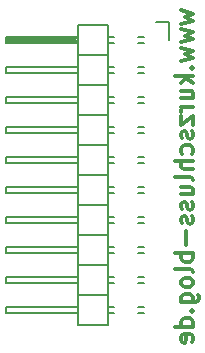
<source format=gbr>
G04 #@! TF.FileFunction,Legend,Bot*
%FSLAX46Y46*%
G04 Gerber Fmt 4.6, Leading zero omitted, Abs format (unit mm)*
G04 Created by KiCad (PCBNEW 4.0.2-stable) date 29.09.2016 11:58:04*
%MOMM*%
G01*
G04 APERTURE LIST*
%ADD10C,0.100000*%
%ADD11C,0.300000*%
%ADD12C,0.150000*%
G04 APERTURE END LIST*
D10*
D11*
X146928571Y-101642856D02*
X147928571Y-101928570D01*
X147214286Y-102214284D01*
X147928571Y-102499999D01*
X146928571Y-102785713D01*
X146928571Y-103214285D02*
X147928571Y-103499999D01*
X147214286Y-103785713D01*
X147928571Y-104071428D01*
X146928571Y-104357142D01*
X146928571Y-104785714D02*
X147928571Y-105071428D01*
X147214286Y-105357142D01*
X147928571Y-105642857D01*
X146928571Y-105928571D01*
X147785714Y-106500000D02*
X147857143Y-106571428D01*
X147928571Y-106500000D01*
X147857143Y-106428571D01*
X147785714Y-106500000D01*
X147928571Y-106500000D01*
X147928571Y-107214286D02*
X146428571Y-107214286D01*
X147357143Y-107357143D02*
X147928571Y-107785714D01*
X146928571Y-107785714D02*
X147500000Y-107214286D01*
X146928571Y-109071429D02*
X147928571Y-109071429D01*
X146928571Y-108428572D02*
X147714286Y-108428572D01*
X147857143Y-108500000D01*
X147928571Y-108642858D01*
X147928571Y-108857143D01*
X147857143Y-109000000D01*
X147785714Y-109071429D01*
X147928571Y-109785715D02*
X146928571Y-109785715D01*
X147214286Y-109785715D02*
X147071429Y-109857143D01*
X147000000Y-109928572D01*
X146928571Y-110071429D01*
X146928571Y-110214286D01*
X146928571Y-110571429D02*
X146928571Y-111357143D01*
X147928571Y-110571429D01*
X147928571Y-111357143D01*
X147857143Y-111857143D02*
X147928571Y-112000000D01*
X147928571Y-112285715D01*
X147857143Y-112428572D01*
X147714286Y-112500000D01*
X147642857Y-112500000D01*
X147500000Y-112428572D01*
X147428571Y-112285715D01*
X147428571Y-112071429D01*
X147357143Y-111928572D01*
X147214286Y-111857143D01*
X147142857Y-111857143D01*
X147000000Y-111928572D01*
X146928571Y-112071429D01*
X146928571Y-112285715D01*
X147000000Y-112428572D01*
X147857143Y-113785715D02*
X147928571Y-113642858D01*
X147928571Y-113357144D01*
X147857143Y-113214286D01*
X147785714Y-113142858D01*
X147642857Y-113071429D01*
X147214286Y-113071429D01*
X147071429Y-113142858D01*
X147000000Y-113214286D01*
X146928571Y-113357144D01*
X146928571Y-113642858D01*
X147000000Y-113785715D01*
X147928571Y-114428572D02*
X146428571Y-114428572D01*
X147928571Y-115071429D02*
X147142857Y-115071429D01*
X147000000Y-115000000D01*
X146928571Y-114857143D01*
X146928571Y-114642858D01*
X147000000Y-114500000D01*
X147071429Y-114428572D01*
X147928571Y-116000001D02*
X147857143Y-115857143D01*
X147714286Y-115785715D01*
X146428571Y-115785715D01*
X146928571Y-117214286D02*
X147928571Y-117214286D01*
X146928571Y-116571429D02*
X147714286Y-116571429D01*
X147857143Y-116642857D01*
X147928571Y-116785715D01*
X147928571Y-117000000D01*
X147857143Y-117142857D01*
X147785714Y-117214286D01*
X147857143Y-117857143D02*
X147928571Y-118000000D01*
X147928571Y-118285715D01*
X147857143Y-118428572D01*
X147714286Y-118500000D01*
X147642857Y-118500000D01*
X147500000Y-118428572D01*
X147428571Y-118285715D01*
X147428571Y-118071429D01*
X147357143Y-117928572D01*
X147214286Y-117857143D01*
X147142857Y-117857143D01*
X147000000Y-117928572D01*
X146928571Y-118071429D01*
X146928571Y-118285715D01*
X147000000Y-118428572D01*
X147857143Y-119071429D02*
X147928571Y-119214286D01*
X147928571Y-119500001D01*
X147857143Y-119642858D01*
X147714286Y-119714286D01*
X147642857Y-119714286D01*
X147500000Y-119642858D01*
X147428571Y-119500001D01*
X147428571Y-119285715D01*
X147357143Y-119142858D01*
X147214286Y-119071429D01*
X147142857Y-119071429D01*
X147000000Y-119142858D01*
X146928571Y-119285715D01*
X146928571Y-119500001D01*
X147000000Y-119642858D01*
X147357143Y-120357144D02*
X147357143Y-121500001D01*
X147928571Y-122214287D02*
X146428571Y-122214287D01*
X147000000Y-122214287D02*
X146928571Y-122357144D01*
X146928571Y-122642858D01*
X147000000Y-122785715D01*
X147071429Y-122857144D01*
X147214286Y-122928573D01*
X147642857Y-122928573D01*
X147785714Y-122857144D01*
X147857143Y-122785715D01*
X147928571Y-122642858D01*
X147928571Y-122357144D01*
X147857143Y-122214287D01*
X147928571Y-123785716D02*
X147857143Y-123642858D01*
X147714286Y-123571430D01*
X146428571Y-123571430D01*
X147928571Y-124571430D02*
X147857143Y-124428572D01*
X147785714Y-124357144D01*
X147642857Y-124285715D01*
X147214286Y-124285715D01*
X147071429Y-124357144D01*
X147000000Y-124428572D01*
X146928571Y-124571430D01*
X146928571Y-124785715D01*
X147000000Y-124928572D01*
X147071429Y-125000001D01*
X147214286Y-125071430D01*
X147642857Y-125071430D01*
X147785714Y-125000001D01*
X147857143Y-124928572D01*
X147928571Y-124785715D01*
X147928571Y-124571430D01*
X146928571Y-126357144D02*
X148142857Y-126357144D01*
X148285714Y-126285715D01*
X148357143Y-126214287D01*
X148428571Y-126071430D01*
X148428571Y-125857144D01*
X148357143Y-125714287D01*
X147857143Y-126357144D02*
X147928571Y-126214287D01*
X147928571Y-125928573D01*
X147857143Y-125785715D01*
X147785714Y-125714287D01*
X147642857Y-125642858D01*
X147214286Y-125642858D01*
X147071429Y-125714287D01*
X147000000Y-125785715D01*
X146928571Y-125928573D01*
X146928571Y-126214287D01*
X147000000Y-126357144D01*
X147785714Y-127071430D02*
X147857143Y-127142858D01*
X147928571Y-127071430D01*
X147857143Y-127000001D01*
X147785714Y-127071430D01*
X147928571Y-127071430D01*
X147928571Y-128428573D02*
X146428571Y-128428573D01*
X147857143Y-128428573D02*
X147928571Y-128285716D01*
X147928571Y-128000002D01*
X147857143Y-127857144D01*
X147785714Y-127785716D01*
X147642857Y-127714287D01*
X147214286Y-127714287D01*
X147071429Y-127785716D01*
X147000000Y-127857144D01*
X146928571Y-128000002D01*
X146928571Y-128285716D01*
X147000000Y-128428573D01*
X147857143Y-129714287D02*
X147928571Y-129571430D01*
X147928571Y-129285716D01*
X147857143Y-129142859D01*
X147714286Y-129071430D01*
X147142857Y-129071430D01*
X147000000Y-129142859D01*
X146928571Y-129285716D01*
X146928571Y-129571430D01*
X147000000Y-129714287D01*
X147142857Y-129785716D01*
X147285714Y-129785716D01*
X147428571Y-129071430D01*
D12*
X143256000Y-103886000D02*
X143764000Y-103886000D01*
X143256000Y-104394000D02*
X143764000Y-104394000D01*
X143256000Y-127254000D02*
X143764000Y-127254000D01*
X143256000Y-126746000D02*
X143764000Y-126746000D01*
X143256000Y-121666000D02*
X143764000Y-121666000D01*
X143256000Y-122174000D02*
X143764000Y-122174000D01*
X143256000Y-124206000D02*
X143764000Y-124206000D01*
X143256000Y-124714000D02*
X143764000Y-124714000D01*
X143256000Y-119634000D02*
X143764000Y-119634000D01*
X143256000Y-119126000D02*
X143764000Y-119126000D01*
X143256000Y-117094000D02*
X143764000Y-117094000D01*
X143256000Y-116586000D02*
X143764000Y-116586000D01*
X143256000Y-106426000D02*
X143764000Y-106426000D01*
X143256000Y-106934000D02*
X143764000Y-106934000D01*
X143256000Y-108966000D02*
X143764000Y-108966000D01*
X143256000Y-109474000D02*
X143764000Y-109474000D01*
X143256000Y-114554000D02*
X143764000Y-114554000D01*
X143256000Y-114046000D02*
X143764000Y-114046000D01*
X143256000Y-112014000D02*
X143764000Y-112014000D01*
X143256000Y-111506000D02*
X143764000Y-111506000D01*
X140716000Y-127254000D02*
X141224000Y-127254000D01*
X140716000Y-126746000D02*
X141224000Y-126746000D01*
X140716000Y-124714000D02*
X141224000Y-124714000D01*
X140716000Y-124206000D02*
X141224000Y-124206000D01*
X140716000Y-119126000D02*
X141224000Y-119126000D01*
X140716000Y-119634000D02*
X141224000Y-119634000D01*
X140716000Y-121666000D02*
X141224000Y-121666000D01*
X140716000Y-122174000D02*
X141224000Y-122174000D01*
X140716000Y-117094000D02*
X141224000Y-117094000D01*
X140716000Y-116586000D02*
X141224000Y-116586000D01*
X140716000Y-114554000D02*
X141224000Y-114554000D01*
X140716000Y-114046000D02*
X141224000Y-114046000D01*
X140716000Y-103886000D02*
X141224000Y-103886000D01*
X140716000Y-104394000D02*
X141224000Y-104394000D01*
X140716000Y-106426000D02*
X141224000Y-106426000D01*
X140716000Y-106934000D02*
X141224000Y-106934000D01*
X140716000Y-112014000D02*
X141224000Y-112014000D01*
X140716000Y-111506000D02*
X141224000Y-111506000D01*
X140716000Y-109474000D02*
X141224000Y-109474000D01*
X140716000Y-108966000D02*
X141224000Y-108966000D01*
X144780000Y-102590000D02*
X145930000Y-102590000D01*
X145930000Y-102590000D02*
X145930000Y-104140000D01*
X138176000Y-104013000D02*
X132207000Y-104013000D01*
X132207000Y-104013000D02*
X132207000Y-104267000D01*
X132207000Y-104267000D02*
X138049000Y-104267000D01*
X138049000Y-104267000D02*
X138049000Y-104140000D01*
X138049000Y-104140000D02*
X132207000Y-104140000D01*
X140716000Y-123190000D02*
X138176000Y-123190000D01*
X140716000Y-123190000D02*
X140716000Y-125730000D01*
X140716000Y-125730000D02*
X138176000Y-125730000D01*
X138176000Y-124206000D02*
X132080000Y-124206000D01*
X132080000Y-124206000D02*
X132080000Y-124714000D01*
X132080000Y-124714000D02*
X138176000Y-124714000D01*
X138176000Y-125730000D02*
X138176000Y-123190000D01*
X138176000Y-128270000D02*
X138176000Y-125730000D01*
X132080000Y-127254000D02*
X138176000Y-127254000D01*
X132080000Y-126746000D02*
X132080000Y-127254000D01*
X138176000Y-126746000D02*
X132080000Y-126746000D01*
X140716000Y-125730000D02*
X140716000Y-128270000D01*
X140716000Y-125730000D02*
X138176000Y-125730000D01*
X140716000Y-128270000D02*
X138176000Y-128270000D01*
X140716000Y-113030000D02*
X138176000Y-113030000D01*
X140716000Y-113030000D02*
X140716000Y-115570000D01*
X140716000Y-115570000D02*
X138176000Y-115570000D01*
X138176000Y-114046000D02*
X132080000Y-114046000D01*
X132080000Y-114046000D02*
X132080000Y-114554000D01*
X132080000Y-114554000D02*
X138176000Y-114554000D01*
X138176000Y-115570000D02*
X138176000Y-113030000D01*
X138176000Y-118110000D02*
X138176000Y-115570000D01*
X132080000Y-117094000D02*
X138176000Y-117094000D01*
X132080000Y-116586000D02*
X132080000Y-117094000D01*
X138176000Y-116586000D02*
X132080000Y-116586000D01*
X140716000Y-118110000D02*
X138176000Y-118110000D01*
X140716000Y-115570000D02*
X140716000Y-118110000D01*
X140716000Y-115570000D02*
X138176000Y-115570000D01*
X140716000Y-120650000D02*
X138176000Y-120650000D01*
X140716000Y-120650000D02*
X140716000Y-123190000D01*
X140716000Y-123190000D02*
X138176000Y-123190000D01*
X138176000Y-121666000D02*
X132080000Y-121666000D01*
X132080000Y-121666000D02*
X132080000Y-122174000D01*
X132080000Y-122174000D02*
X138176000Y-122174000D01*
X138176000Y-123190000D02*
X138176000Y-120650000D01*
X138176000Y-120650000D02*
X138176000Y-118110000D01*
X132080000Y-119634000D02*
X138176000Y-119634000D01*
X132080000Y-119126000D02*
X132080000Y-119634000D01*
X138176000Y-119126000D02*
X132080000Y-119126000D01*
X140716000Y-120650000D02*
X138176000Y-120650000D01*
X140716000Y-118110000D02*
X140716000Y-120650000D01*
X140716000Y-118110000D02*
X138176000Y-118110000D01*
X140716000Y-107950000D02*
X138176000Y-107950000D01*
X140716000Y-107950000D02*
X140716000Y-110490000D01*
X140716000Y-110490000D02*
X138176000Y-110490000D01*
X138176000Y-108966000D02*
X132080000Y-108966000D01*
X132080000Y-108966000D02*
X132080000Y-109474000D01*
X132080000Y-109474000D02*
X138176000Y-109474000D01*
X138176000Y-110490000D02*
X138176000Y-107950000D01*
X138176000Y-113030000D02*
X138176000Y-110490000D01*
X132080000Y-112014000D02*
X138176000Y-112014000D01*
X132080000Y-111506000D02*
X132080000Y-112014000D01*
X138176000Y-111506000D02*
X132080000Y-111506000D01*
X140716000Y-113030000D02*
X138176000Y-113030000D01*
X140716000Y-110490000D02*
X140716000Y-113030000D01*
X140716000Y-110490000D02*
X138176000Y-110490000D01*
X140716000Y-105410000D02*
X138176000Y-105410000D01*
X140716000Y-105410000D02*
X140716000Y-107950000D01*
X140716000Y-107950000D02*
X138176000Y-107950000D01*
X138176000Y-106426000D02*
X132080000Y-106426000D01*
X132080000Y-106426000D02*
X132080000Y-106934000D01*
X132080000Y-106934000D02*
X138176000Y-106934000D01*
X138176000Y-107950000D02*
X138176000Y-105410000D01*
X138176000Y-105410000D02*
X138176000Y-102870000D01*
X132080000Y-104394000D02*
X138176000Y-104394000D01*
X132080000Y-103886000D02*
X132080000Y-104394000D01*
X138176000Y-103886000D02*
X132080000Y-103886000D01*
X140716000Y-105410000D02*
X138176000Y-105410000D01*
X140716000Y-102870000D02*
X140716000Y-105410000D01*
X140716000Y-102870000D02*
X138176000Y-102870000D01*
M02*

</source>
